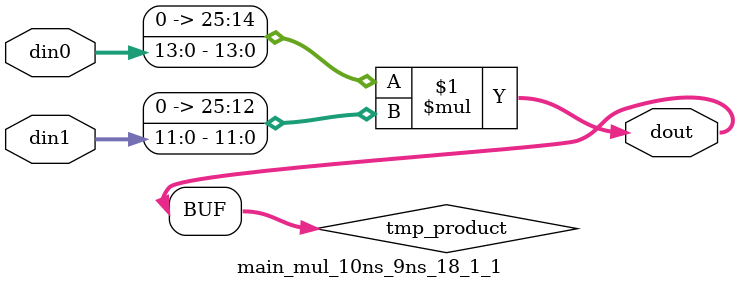
<source format=v>
/*
 * MIT License
 *
 * Copyright (c) 2023 Carnegie Mellon University
 *
 * This file is part of RoWild.
 *
 * Permission is hereby granted, free of charge, to any person obtaining a copy
 * of this software and associated documentation files (the "Software"), to deal
 * in the Software without restriction, including without limitation the rights
 * to use, copy, modify, merge, publish, distribute, sublicense, and/or sell
 * copies of the Software, and to permit persons to whom the Software is
 * furnished to do so, subject to the following conditions:
 *
 * The above copyright notice and this permission notice shall be included in
 * all copies or substantial portions of the Software.
 *
 * THE SOFTWARE IS PROVIDED "AS IS", WITHOUT WARRANTY OF ANY KIND, EXPRESS OR
 * IMPLIED, INCLUDING BUT NOT LIMITED TO THE WARRANTIES OF MERCHANTABILITY,
 * FITNESS FOR A PARTICULAR PURPOSE AND NONINFRINGEMENT. IN NO EVENT SHALL THE
 * AUTHORS OR COPYRIGHT HOLDERS BE LIABLE FOR ANY CLAIM, DAMAGES OR OTHER
 * LIABILITY, WHETHER IN AN ACTION OF CONTRACT, TORT OR OTHERWISE, ARISING FROM,
 * OUT OF OR IN CONNECTION WITH THE SOFTWARE OR THE USE OR OTHER DEALINGS IN THE
 * SOFTWARE.
*/

// 67d7842dbbe25473c3c32b93c0da8047785f30d78e8a024de1b57352245f9689

`timescale 1 ns / 1 ps

module main_mul_10ns_9ns_18_1_1 (
    din0,
    din1,
    dout
);
    parameter ID = 1;
    parameter NUM_STAGE = 0;
    parameter din0_WIDTH = 14;
    parameter din1_WIDTH = 12;
    parameter dout_WIDTH = 26;

    input [din0_WIDTH - 1 : 0] din0;
    input [din1_WIDTH - 1 : 0] din1;
    output [dout_WIDTH - 1 : 0] dout;

    wire signed [dout_WIDTH - 1 : 0] tmp_product;










    assign tmp_product = $signed({1'b0, din0}) * $signed({1'b0, din1});











    assign dout = tmp_product;







endmodule

</source>
